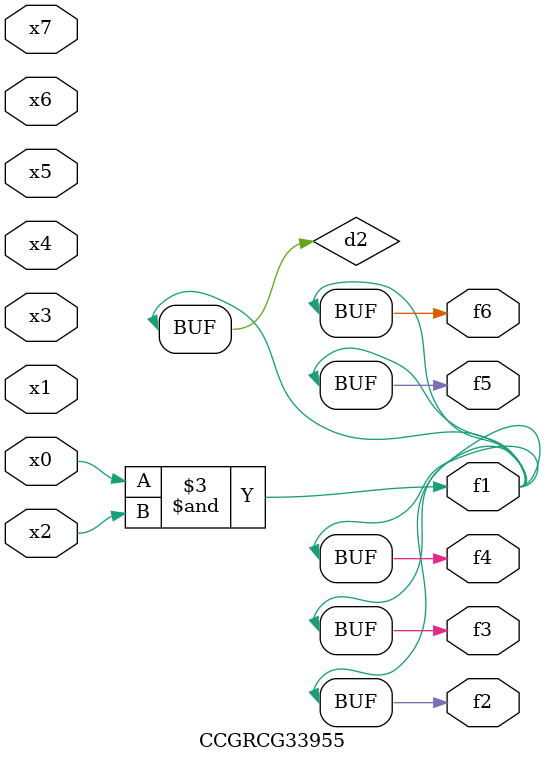
<source format=v>
module CCGRCG33955(
	input x0, x1, x2, x3, x4, x5, x6, x7,
	output f1, f2, f3, f4, f5, f6
);

	wire d1, d2;

	nor (d1, x3, x6);
	and (d2, x0, x2);
	assign f1 = d2;
	assign f2 = d2;
	assign f3 = d2;
	assign f4 = d2;
	assign f5 = d2;
	assign f6 = d2;
endmodule

</source>
